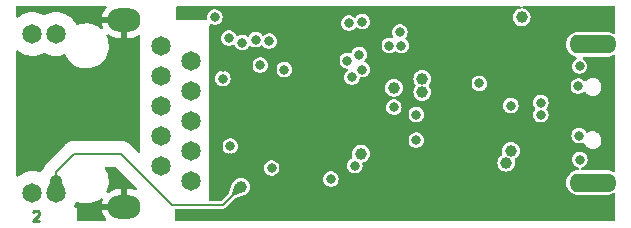
<source format=gbr>
%TF.GenerationSoftware,KiCad,Pcbnew,7.0.9-7.0.9~ubuntu22.04.1*%
%TF.CreationDate,2024-07-08T15:30:03+03:00*%
%TF.ProjectId,USB-GIGABIT_Rev_E,5553422d-4749-4474-9142-49545f526576,E*%
%TF.SameCoordinates,PX3473bc0PY4bd12e0*%
%TF.FileFunction,Copper,L2,Inr*%
%TF.FilePolarity,Positive*%
%FSLAX46Y46*%
G04 Gerber Fmt 4.6, Leading zero omitted, Abs format (unit mm)*
G04 Created by KiCad (PCBNEW 7.0.9-7.0.9~ubuntu22.04.1) date 2024-07-08 15:30:03*
%MOMM*%
%LPD*%
G01*
G04 APERTURE LIST*
%ADD10C,0.222250*%
%TA.AperFunction,NonConductor*%
%ADD11C,0.222250*%
%TD*%
%TA.AperFunction,ComponentPad*%
%ADD12C,1.300000*%
%TD*%
%TA.AperFunction,ComponentPad*%
%ADD13C,1.800000*%
%TD*%
%TA.AperFunction,ComponentPad*%
%ADD14C,1.650000*%
%TD*%
%TA.AperFunction,ComponentPad*%
%ADD15O,2.800000X2.000000*%
%TD*%
%TA.AperFunction,ComponentPad*%
%ADD16O,4.000000X1.600000*%
%TD*%
%TA.AperFunction,ViaPad*%
%ADD17C,0.800000*%
%TD*%
%TA.AperFunction,ViaPad*%
%ADD18C,1.000000*%
%TD*%
%TA.AperFunction,Conductor*%
%ADD19C,0.152400*%
%TD*%
%TA.AperFunction,Conductor*%
%ADD20C,1.016000*%
%TD*%
G04 APERTURE END LIST*
D10*
D11*
X1830550Y1176686D02*
X1872883Y1219020D01*
X1872883Y1219020D02*
X1957550Y1261353D01*
X1957550Y1261353D02*
X2169217Y1261353D01*
X2169217Y1261353D02*
X2253883Y1219020D01*
X2253883Y1219020D02*
X2296217Y1176686D01*
X2296217Y1176686D02*
X2338550Y1092020D01*
X2338550Y1092020D02*
X2338550Y1007353D01*
X2338550Y1007353D02*
X2296217Y880353D01*
X2296217Y880353D02*
X1788217Y372353D01*
X1788217Y372353D02*
X2338550Y372353D01*
D12*
X27465988Y10694500D03*
X24265988Y10694500D03*
D13*
X25865988Y9094500D03*
D12*
X27465988Y7494500D03*
X24265988Y7494500D03*
D14*
X12691500Y15215000D03*
X15231500Y13945000D03*
X12691500Y12675000D03*
X15231500Y11405000D03*
X12691500Y10135000D03*
X15231500Y8865000D03*
X12691500Y7595000D03*
X15231500Y6325000D03*
X12691500Y5055000D03*
X15231500Y3785000D03*
X3801500Y16231000D03*
X1769500Y16231000D03*
X3801500Y2769000D03*
X1769500Y2769000D03*
D15*
X9541500Y17400000D03*
X9541500Y1600000D03*
D16*
X49200000Y15350000D03*
X49200000Y3650000D03*
D17*
X24883000Y3554000D03*
D18*
X40758000Y10539000D03*
X43044000Y14984000D03*
X42155000Y8507000D03*
X43679000Y16381000D03*
X37710000Y17270000D03*
D17*
X25899000Y14476000D03*
X17898000Y13460000D03*
D18*
X40758000Y12825000D03*
X38218000Y13460000D03*
X21200000Y2157000D03*
X46854000Y1141000D03*
X44949000Y13206000D03*
X19295000Y1014000D03*
D17*
X21327000Y17778000D03*
X24883000Y4443000D03*
X18533000Y5713000D03*
X22724000Y18159000D03*
X20311000Y14603000D03*
X19694500Y9142000D03*
D18*
X48759000Y8761000D03*
D17*
X33265000Y6475000D03*
D18*
X33392000Y12571000D03*
D17*
X31614000Y5078000D03*
X30217000Y16254000D03*
D18*
X22978000Y1014000D03*
X48759000Y10031000D03*
D17*
X34281000Y7237000D03*
X28566000Y17143000D03*
D18*
X29582000Y6104503D03*
X19422000Y3300000D03*
D17*
X21073000Y13587000D03*
D18*
X43195230Y17626770D03*
X32376000Y11682000D03*
D17*
X31995000Y15238000D03*
D18*
X9389000Y7872000D03*
X6595000Y7872000D03*
X8881000Y4189000D03*
X9389000Y10920000D03*
X1388000Y7618000D03*
X1388000Y10666000D03*
X1388000Y13968000D03*
X3801000Y10666000D03*
D17*
X39615000Y12044500D03*
X42282000Y10158000D03*
X27042000Y3935000D03*
X29455000Y14476000D03*
D18*
X34789000Y11301000D03*
D17*
X29074000Y5078000D03*
X17898000Y12444000D03*
X18533000Y6729000D03*
D18*
X34789000Y12444000D03*
D17*
X22033476Y4879524D03*
X21835000Y15619000D03*
X33011000Y15238000D03*
X28820000Y12571000D03*
X20692000Y15746000D03*
X23105000Y13206000D03*
X47997000Y11809000D03*
X48098600Y13500000D03*
D18*
X41901000Y5332000D03*
X42282000Y6348000D03*
D17*
X34281000Y9396000D03*
X17212200Y17651000D03*
X18406000Y15873000D03*
X29709000Y17270000D03*
X32376000Y10031000D03*
X44822000Y10412000D03*
X44822000Y9396000D03*
X48060108Y7618000D03*
X48124000Y5586000D03*
X32884000Y16381000D03*
X29709000Y13206000D03*
X28439000Y13968000D03*
X19549000Y15492000D03*
D19*
X13580000Y1776000D02*
X17898000Y1776000D01*
D20*
X3801500Y2769000D02*
X3801500Y3808000D01*
D19*
X17898000Y1776000D02*
X19422000Y3300000D01*
X9262000Y6094000D02*
X13580000Y1776000D01*
X3801500Y4570500D02*
X5325000Y6094000D01*
X5325000Y6094000D02*
X9262000Y6094000D01*
X3801500Y3808000D02*
X3801500Y4570500D01*
%TA.AperFunction,Conductor*%
G36*
X7695615Y2336405D02*
G01*
X7746562Y2286959D01*
X7762688Y2217818D01*
X7756062Y2184015D01*
X7682417Y1969495D01*
X7682415Y1969486D01*
X7662477Y1850001D01*
X7662477Y1850000D01*
X8707814Y1850000D01*
X8682007Y1809844D01*
X8641500Y1671889D01*
X8641500Y1528111D01*
X8682007Y1390156D01*
X8707814Y1350000D01*
X7662477Y1350000D01*
X7682415Y1230515D01*
X7682417Y1230506D01*
X7763130Y995395D01*
X7763132Y995393D01*
X7881445Y776767D01*
X7881451Y776758D01*
X8030789Y584891D01*
X8056846Y518849D01*
X8043061Y449204D01*
X7993811Y398067D01*
X7931358Y381500D01*
X5705000Y381500D01*
X5636879Y401502D01*
X5590386Y455158D01*
X5579000Y507500D01*
X5579000Y1522000D01*
X5420042Y1522000D01*
X5351921Y1542002D01*
X5305428Y1595658D01*
X5295324Y1665932D01*
X5319174Y1723509D01*
X5354626Y1770867D01*
X5462093Y1967680D01*
X5512292Y2017878D01*
X5581666Y2032970D01*
X5626160Y2021377D01*
X5660762Y2005156D01*
X5660764Y2005156D01*
X5660767Y2005154D01*
X5927169Y1925005D01*
X6202395Y1884501D01*
X6202398Y1884500D01*
X6202401Y1884500D01*
X6410965Y1884500D01*
X6443815Y1886905D01*
X6618955Y1899723D01*
X6890497Y1960212D01*
X7150338Y2059592D01*
X7392940Y2195747D01*
X7559881Y2324656D01*
X7626023Y2350458D01*
X7695615Y2336405D01*
G37*
%TD.AperFunction*%
%TA.AperFunction,Conductor*%
G36*
X8825320Y4981298D02*
G01*
X8846294Y4964395D01*
X10592535Y3218154D01*
X10626561Y3155842D01*
X10621496Y3085027D01*
X10578949Y3028191D01*
X10512429Y3003380D01*
X10452828Y3013671D01*
X10430221Y3023587D01*
X10430217Y3023589D01*
X10189243Y3084612D01*
X10003545Y3100000D01*
X9791500Y3100000D01*
X9791500Y2100000D01*
X9291500Y2100000D01*
X9291500Y3100000D01*
X9079455Y3100000D01*
X8893756Y3084612D01*
X8652783Y3023589D01*
X8425136Y2923734D01*
X8237447Y2801112D01*
X8169478Y2780600D01*
X8101209Y2800090D01*
X8054315Y2853395D01*
X8043683Y2923591D01*
X8056474Y2964207D01*
X8095297Y3039717D01*
X8185121Y3303014D01*
X8235652Y3576584D01*
X8245813Y3854596D01*
X8215386Y4131124D01*
X8202314Y4181123D01*
X8145019Y4400279D01*
X8088515Y4533244D01*
X8036216Y4656314D01*
X7942628Y4809664D01*
X7924216Y4878228D01*
X7945796Y4945866D01*
X8000518Y4991099D01*
X8050182Y5001300D01*
X8757199Y5001300D01*
X8825320Y4981298D01*
G37*
%TD.AperFunction*%
%TA.AperFunction,Conductor*%
G36*
X9791500Y15900000D02*
G01*
X10003545Y15900000D01*
X10189243Y15915389D01*
X10430216Y15976412D01*
X10657864Y16076267D01*
X10657870Y16076271D01*
X10718085Y16115610D01*
X10786053Y16136123D01*
X10854322Y16116634D01*
X10901217Y16063329D01*
X10913000Y16010127D01*
X10913000Y15716139D01*
X10910121Y15689356D01*
X10864087Y15477739D01*
X10845296Y15215000D01*
X10864087Y14952262D01*
X10864088Y14952258D01*
X10890112Y14832624D01*
X10910121Y14740646D01*
X10913000Y14713863D01*
X10913000Y13176139D01*
X10910121Y13149356D01*
X10864087Y12937739D01*
X10845296Y12675000D01*
X10864087Y12412262D01*
X10910121Y12200646D01*
X10913000Y12173863D01*
X10913000Y10636139D01*
X10910121Y10609356D01*
X10864087Y10397739D01*
X10845296Y10135000D01*
X10864087Y9872262D01*
X10910121Y9660646D01*
X10913000Y9633863D01*
X10913000Y8096139D01*
X10910121Y8069356D01*
X10864087Y7857739D01*
X10845296Y7595000D01*
X10864087Y7332262D01*
X10864088Y7332258D01*
X10909772Y7122248D01*
X10910121Y7120646D01*
X10913000Y7093863D01*
X10913000Y6292501D01*
X10892998Y6224380D01*
X10839342Y6177887D01*
X10769068Y6167783D01*
X10704488Y6197277D01*
X10697905Y6203406D01*
X10106608Y6794703D01*
X10093067Y6810710D01*
X10091564Y6812821D01*
X10091561Y6812824D01*
X10025457Y6875854D01*
X9997859Y6903453D01*
X9997847Y6903464D01*
X9989541Y6910321D01*
X9986190Y6913295D01*
X9940535Y6956827D01*
X9940532Y6956829D01*
X9940530Y6956831D01*
X9910677Y6976016D01*
X9904625Y6980435D01*
X9891201Y6991519D01*
X9877255Y7003034D01*
X9821894Y7033264D01*
X9818026Y7035559D01*
X9780647Y7059581D01*
X9764982Y7069648D01*
X9764979Y7069649D01*
X9764978Y7069650D01*
X9732028Y7082842D01*
X9725247Y7086037D01*
X9710914Y7093863D01*
X9694098Y7103045D01*
X9634027Y7122248D01*
X9629796Y7123769D01*
X9571249Y7147207D01*
X9536392Y7153926D01*
X9529137Y7155778D01*
X9511591Y7161386D01*
X9495332Y7166584D01*
X9495328Y7166585D01*
X9432705Y7174073D01*
X9428262Y7174766D01*
X9366348Y7186699D01*
X9366343Y7186700D01*
X9366340Y7186700D01*
X9366336Y7186700D01*
X9330845Y7186700D01*
X9323360Y7187146D01*
X9308906Y7188874D01*
X9288122Y7191359D01*
X9288120Y7191359D01*
X9288119Y7191359D01*
X9225224Y7186861D01*
X9220728Y7186700D01*
X5426749Y7186700D01*
X5405855Y7188445D01*
X5403307Y7188873D01*
X5403306Y7188873D01*
X5403300Y7188874D01*
X5312020Y7186700D01*
X5272940Y7186700D01*
X5265473Y7185987D01*
X5262201Y7185675D01*
X5257740Y7185409D01*
X5194686Y7183907D01*
X5194685Y7183907D01*
X5160000Y7176363D01*
X5152593Y7175208D01*
X5117274Y7171836D01*
X5117265Y7171834D01*
X5056753Y7154067D01*
X5052395Y7152955D01*
X4990776Y7139551D01*
X4990773Y7139550D01*
X4958149Y7125579D01*
X4951096Y7123044D01*
X4917037Y7113043D01*
X4860979Y7084144D01*
X4856911Y7082227D01*
X4798946Y7057405D01*
X4798939Y7057401D01*
X4769547Y7037508D01*
X4763100Y7033683D01*
X4731560Y7017423D01*
X4731556Y7017420D01*
X4681989Y6978441D01*
X4678357Y6975789D01*
X4626131Y6940441D01*
X4626122Y6940434D01*
X4601023Y6915335D01*
X4595416Y6910359D01*
X4567524Y6888425D01*
X4567520Y6888420D01*
X4526219Y6840758D01*
X4523154Y6837467D01*
X3100794Y5415107D01*
X3084799Y5401575D01*
X3082683Y5400069D01*
X3082679Y5400065D01*
X3019647Y5333959D01*
X2992032Y5306344D01*
X2985174Y5298037D01*
X2982191Y5294676D01*
X2938671Y5249033D01*
X2919480Y5219174D01*
X2915062Y5213123D01*
X2892467Y5185757D01*
X2892464Y5185753D01*
X2862238Y5130399D01*
X2859943Y5126532D01*
X2825852Y5073484D01*
X2825851Y5073482D01*
X2812661Y5040537D01*
X2809467Y5033758D01*
X2792458Y5002607D01*
X2792456Y5002603D01*
X2779120Y4960886D01*
X2746388Y4908385D01*
X2656682Y4822220D01*
X2656680Y4822218D01*
X2508813Y4625441D01*
X2508810Y4625436D01*
X2487202Y4584266D01*
X2437833Y4533244D01*
X2368717Y4517013D01*
X2331605Y4524767D01*
X2303297Y4535325D01*
X2289636Y4540420D01*
X2080348Y4585948D01*
X2032238Y4596413D01*
X1769500Y4615204D01*
X1506761Y4596413D01*
X1249366Y4540421D01*
X1002557Y4448366D01*
X771367Y4322126D01*
X583009Y4181123D01*
X516489Y4156312D01*
X447115Y4171403D01*
X396912Y4221606D01*
X381500Y4281991D01*
X381500Y14718010D01*
X401502Y14786131D01*
X455158Y14832624D01*
X525432Y14842728D01*
X583005Y14818880D01*
X771367Y14677874D01*
X1002559Y14551634D01*
X1249364Y14459580D01*
X1506758Y14403588D01*
X1769500Y14384796D01*
X2032242Y14403588D01*
X2289636Y14459580D01*
X2536441Y14551634D01*
X2725117Y14654659D01*
X2794488Y14669750D01*
X2845881Y14654660D01*
X3034559Y14551634D01*
X3281364Y14459580D01*
X3538758Y14403588D01*
X3801500Y14384796D01*
X4064242Y14403588D01*
X4321636Y14459580D01*
X4446908Y14506306D01*
X4517723Y14511371D01*
X4580036Y14477346D01*
X4606905Y14437529D01*
X4646783Y14343687D01*
X4646784Y14343686D01*
X4791708Y14106219D01*
X4969663Y13892383D01*
X5176857Y13706737D01*
X5408873Y13553237D01*
X5660767Y13435154D01*
X5927169Y13355005D01*
X6202395Y13314501D01*
X6202398Y13314500D01*
X6202401Y13314500D01*
X6410965Y13314500D01*
X6443815Y13316905D01*
X6618955Y13329723D01*
X6890497Y13390212D01*
X7150338Y13489592D01*
X7392940Y13625747D01*
X7613132Y13795774D01*
X7806222Y13996049D01*
X7968093Y14222304D01*
X8095297Y14469717D01*
X8185121Y14733014D01*
X8235652Y15006584D01*
X8245813Y15284596D01*
X8215386Y15561124D01*
X8145020Y15830276D01*
X8054748Y16042703D01*
X8046516Y16113218D01*
X8077714Y16176993D01*
X8138439Y16213776D01*
X8209410Y16211890D01*
X8239628Y16197463D01*
X8425129Y16076271D01*
X8425135Y16076267D01*
X8652784Y15976412D01*
X8652782Y15976412D01*
X8893756Y15915389D01*
X9079455Y15900000D01*
X9291500Y15900000D01*
X9291500Y16900000D01*
X9791500Y16900000D01*
X9791500Y15900000D01*
G37*
%TD.AperFunction*%
%TA.AperFunction,Conductor*%
G36*
X7999479Y18598498D02*
G01*
X8045972Y18544842D01*
X8056076Y18474568D01*
X8030789Y18415109D01*
X7881451Y18223243D01*
X7881445Y18223234D01*
X7763132Y18004608D01*
X7763130Y18004606D01*
X7682417Y17769495D01*
X7682415Y17769486D01*
X7662477Y17650001D01*
X7662477Y17650000D01*
X8707814Y17650000D01*
X8682007Y17609844D01*
X8641500Y17471889D01*
X8641500Y17328111D01*
X8682007Y17190156D01*
X8707814Y17150000D01*
X7662477Y17150000D01*
X7682415Y17030515D01*
X7682417Y17030506D01*
X7755953Y16816303D01*
X7759153Y16745378D01*
X7723501Y16683983D01*
X7660315Y16651609D01*
X7589657Y16658534D01*
X7552699Y16681549D01*
X7506143Y16723263D01*
X7274127Y16876763D01*
X7022234Y16994846D01*
X6903675Y17030515D01*
X6755831Y17074995D01*
X6755826Y17074996D01*
X6755822Y17074997D01*
X6480603Y17115500D01*
X6480599Y17115500D01*
X6272037Y17115500D01*
X6272035Y17115500D01*
X6064041Y17100277D01*
X5792509Y17039790D01*
X5792497Y17039786D01*
X5618636Y16973290D01*
X5547865Y16967637D01*
X5485272Y17001144D01*
X5463039Y17030588D01*
X5354626Y17229133D01*
X5196768Y17440007D01*
X5196766Y17440009D01*
X5196758Y17440018D01*
X5010517Y17626259D01*
X5010508Y17626267D01*
X5005524Y17629998D01*
X4799633Y17784126D01*
X4615482Y17884680D01*
X4568442Y17910366D01*
X4321633Y18002421D01*
X4064238Y18058413D01*
X3801500Y18077204D01*
X3538761Y18058413D01*
X3281366Y18002421D01*
X3034557Y17910366D01*
X2845885Y17807343D01*
X2776511Y17792252D01*
X2725115Y17807343D01*
X2536442Y17910366D01*
X2289633Y18002421D01*
X2032238Y18058413D01*
X1769500Y18077204D01*
X1506761Y18058413D01*
X1249366Y18002421D01*
X1002557Y17910366D01*
X846134Y17824952D01*
X771367Y17784126D01*
X592196Y17650000D01*
X583009Y17643123D01*
X516489Y17618312D01*
X447115Y17633403D01*
X396912Y17683606D01*
X381500Y17743991D01*
X381500Y18492500D01*
X401502Y18560621D01*
X455158Y18607114D01*
X507500Y18618500D01*
X7931358Y18618500D01*
X7999479Y18598498D01*
G37*
%TD.AperFunction*%
%TA.AperFunction,Conductor*%
G36*
X3878833Y4415573D02*
G01*
X3880965Y4412650D01*
X4557899Y3095999D01*
X4558634Y3087074D01*
X4552844Y3080244D01*
X4551983Y3079845D01*
X3805989Y2769866D01*
X3797035Y2769856D01*
X3797011Y2769866D01*
X3266666Y2990237D01*
X3051015Y3079846D01*
X3044691Y3086184D01*
X3044701Y3095138D01*
X3045090Y3095980D01*
X3722035Y4412651D01*
X3728865Y4418440D01*
X3732440Y4419000D01*
X3870560Y4419000D01*
X3878833Y4415573D01*
G37*
%TD.AperFunction*%
%TA.AperFunction,Conductor*%
G36*
X43082825Y18598498D02*
G01*
X43129318Y18544842D01*
X43139422Y18474568D01*
X43109928Y18409988D01*
X43050202Y18371604D01*
X43028820Y18367294D01*
X43026276Y18367007D01*
X43026273Y18367007D01*
X43026273Y18367006D01*
X42865792Y18310852D01*
X42865790Y18310851D01*
X42721830Y18220395D01*
X42721827Y18220393D01*
X42601607Y18100173D01*
X42601605Y18100170D01*
X42511149Y17956210D01*
X42511148Y17956208D01*
X42486743Y17886461D01*
X42454993Y17795724D01*
X42435956Y17626770D01*
X42454993Y17457816D01*
X42469789Y17415531D01*
X42511148Y17297333D01*
X42511149Y17297331D01*
X42601605Y17153371D01*
X42601607Y17153368D01*
X42721827Y17033148D01*
X42721830Y17033146D01*
X42865793Y16942688D01*
X43026276Y16886533D01*
X43195230Y16867496D01*
X43364184Y16886533D01*
X43524667Y16942688D01*
X43668630Y17033146D01*
X43788854Y17153370D01*
X43879312Y17297333D01*
X43935467Y17457816D01*
X43954504Y17626770D01*
X43935467Y17795724D01*
X43879312Y17956207D01*
X43788854Y18100170D01*
X43788852Y18100173D01*
X43668632Y18220393D01*
X43668629Y18220395D01*
X43524669Y18310851D01*
X43524667Y18310852D01*
X43364184Y18367007D01*
X43361645Y18367294D01*
X43360119Y18367935D01*
X43357286Y18368581D01*
X43357399Y18369078D01*
X43296195Y18394796D01*
X43256002Y18453320D01*
X43253831Y18524284D01*
X43290369Y18585156D01*
X43354018Y18616611D01*
X43375756Y18618500D01*
X50992500Y18618500D01*
X51060621Y18598498D01*
X51107114Y18544842D01*
X51118500Y18492500D01*
X51118500Y16371857D01*
X51098498Y16303736D01*
X51044842Y16257243D01*
X50974568Y16247139D01*
X50933104Y16260735D01*
X50805492Y16328945D01*
X50606711Y16389244D01*
X50451807Y16404500D01*
X50451801Y16404500D01*
X47948199Y16404500D01*
X47948192Y16404500D01*
X47793288Y16389244D01*
X47594507Y16328945D01*
X47411313Y16231026D01*
X47411313Y16231025D01*
X47250747Y16099253D01*
X47118975Y15938687D01*
X47118974Y15938687D01*
X47021055Y15755493D01*
X46960756Y15556712D01*
X46940398Y15350004D01*
X46940398Y15349997D01*
X46960756Y15143289D01*
X46960757Y15143283D01*
X46960758Y15143282D01*
X46976466Y15091500D01*
X47021055Y14944508D01*
X47118974Y14761314D01*
X47250747Y14600748D01*
X47411313Y14468976D01*
X47411313Y14468975D01*
X47453216Y14446578D01*
X47594508Y14371055D01*
X47778983Y14315096D01*
X47838363Y14276182D01*
X47867278Y14211341D01*
X47856548Y14141160D01*
X47809579Y14087921D01*
X47800962Y14082955D01*
X47724071Y14042600D01*
X47724069Y14042598D01*
X47605101Y13937200D01*
X47514815Y13806399D01*
X47514812Y13806393D01*
X47458449Y13657780D01*
X47439293Y13500004D01*
X47439293Y13499997D01*
X47458449Y13342221D01*
X47514812Y13193608D01*
X47514815Y13193602D01*
X47521279Y13184237D01*
X47605102Y13062799D01*
X47724071Y12957401D01*
X47724072Y12957401D01*
X47724074Y12957399D01*
X47771514Y12932501D01*
X47864807Y12883537D01*
X48019129Y12845500D01*
X48019130Y12845500D01*
X48178070Y12845500D01*
X48178071Y12845500D01*
X48332393Y12883537D01*
X48473129Y12957401D01*
X48592098Y13062799D01*
X48682387Y13193605D01*
X48738749Y13342218D01*
X48738749Y13342219D01*
X48738750Y13342221D01*
X48757907Y13499997D01*
X48757907Y13500004D01*
X48738750Y13657780D01*
X48725138Y13693669D01*
X48682387Y13806395D01*
X48592098Y13937201D01*
X48473129Y14042599D01*
X48473128Y14042600D01*
X48473125Y14042602D01*
X48443913Y14057933D01*
X48392890Y14107301D01*
X48376658Y14176417D01*
X48400370Y14243337D01*
X48456497Y14286814D01*
X48502468Y14295500D01*
X50451792Y14295500D01*
X50451801Y14295500D01*
X50539859Y14304174D01*
X50606711Y14310757D01*
X50606712Y14310758D01*
X50606718Y14310758D01*
X50805492Y14371055D01*
X50933106Y14439267D01*
X51002609Y14453738D01*
X51068906Y14428335D01*
X51110944Y14371122D01*
X51118500Y14328144D01*
X51118500Y4671857D01*
X51098498Y4603736D01*
X51044842Y4557243D01*
X50974568Y4547139D01*
X50933104Y4560735D01*
X50805492Y4628945D01*
X50664029Y4671857D01*
X50606718Y4689242D01*
X50606717Y4689243D01*
X50606711Y4689244D01*
X50451807Y4704500D01*
X50451801Y4704500D01*
X48320201Y4704500D01*
X48252080Y4724502D01*
X48205587Y4778158D01*
X48195483Y4848432D01*
X48224977Y4913012D01*
X48284703Y4951396D01*
X48290047Y4952839D01*
X48297522Y4954682D01*
X48357793Y4969537D01*
X48498529Y5043401D01*
X48617498Y5148799D01*
X48707787Y5279605D01*
X48764149Y5428218D01*
X48764149Y5428219D01*
X48764150Y5428221D01*
X48783307Y5585997D01*
X48783307Y5586004D01*
X48764150Y5743780D01*
X48729477Y5835204D01*
X48707787Y5892395D01*
X48617498Y6023201D01*
X48498529Y6128599D01*
X48498528Y6128600D01*
X48498525Y6128602D01*
X48357797Y6202461D01*
X48357795Y6202462D01*
X48357793Y6202463D01*
X48357791Y6202464D01*
X48357790Y6202464D01*
X48203472Y6240500D01*
X48203471Y6240500D01*
X48044529Y6240500D01*
X48044527Y6240500D01*
X47890209Y6202464D01*
X47890202Y6202461D01*
X47749474Y6128602D01*
X47749469Y6128598D01*
X47630501Y6023200D01*
X47540215Y5892399D01*
X47540212Y5892393D01*
X47483849Y5743780D01*
X47464693Y5586004D01*
X47464693Y5585997D01*
X47483849Y5428221D01*
X47511610Y5355024D01*
X47540213Y5279605D01*
X47630502Y5148799D01*
X47749471Y5043401D01*
X47749472Y5043401D01*
X47749474Y5043399D01*
X47813304Y5009899D01*
X47890207Y4969537D01*
X47962011Y4951839D01*
X48023365Y4916116D01*
X48055666Y4852893D01*
X48048659Y4782243D01*
X48004568Y4726597D01*
X47944207Y4704107D01*
X47793288Y4689244D01*
X47594507Y4628945D01*
X47411313Y4531026D01*
X47411313Y4531025D01*
X47250747Y4399253D01*
X47118975Y4238687D01*
X47118974Y4238687D01*
X47021055Y4055493D01*
X46960756Y3856712D01*
X46940398Y3650004D01*
X46940398Y3649997D01*
X46960756Y3443289D01*
X46960757Y3443283D01*
X46960758Y3443282D01*
X46976193Y3392399D01*
X47021055Y3244508D01*
X47118974Y3061314D01*
X47250747Y2900748D01*
X47411313Y2768976D01*
X47411313Y2768975D01*
X47453216Y2746578D01*
X47594508Y2671055D01*
X47793282Y2610758D01*
X47793286Y2610758D01*
X47793288Y2610757D01*
X47881340Y2602085D01*
X47948199Y2595500D01*
X47948208Y2595500D01*
X50451792Y2595500D01*
X50451801Y2595500D01*
X50539859Y2604174D01*
X50606711Y2610757D01*
X50606712Y2610758D01*
X50606718Y2610758D01*
X50805492Y2671055D01*
X50933106Y2739267D01*
X51002609Y2753738D01*
X51068906Y2728335D01*
X51110944Y2671122D01*
X51118500Y2628144D01*
X51118500Y507500D01*
X51098498Y439379D01*
X51044842Y392886D01*
X50992500Y381500D01*
X13960000Y381500D01*
X13891879Y401502D01*
X13845386Y455158D01*
X13834000Y507500D01*
X13834000Y1319300D01*
X13854002Y1387421D01*
X13907658Y1433914D01*
X13960000Y1445300D01*
X17880801Y1445300D01*
X17886293Y1445060D01*
X17904177Y1443496D01*
X17927267Y1441476D01*
X17967010Y1452127D01*
X17972331Y1453306D01*
X18012851Y1460449D01*
X18012857Y1460453D01*
X18017995Y1462322D01*
X18034956Y1469348D01*
X18039912Y1471659D01*
X18039911Y1471659D01*
X18039916Y1471660D01*
X18073618Y1495260D01*
X18078229Y1498197D01*
X18113849Y1518761D01*
X18140301Y1550287D01*
X18143983Y1554305D01*
X18879638Y2289960D01*
X18926672Y2319636D01*
X19691389Y2590409D01*
X19694948Y2591769D01*
X19701163Y2594237D01*
X19707008Y2597299D01*
X19707090Y2597143D01*
X19729101Y2608103D01*
X19751437Y2615918D01*
X19895400Y2706376D01*
X20015624Y2826600D01*
X20106082Y2970563D01*
X20162237Y3131046D01*
X20181274Y3300000D01*
X20162237Y3468954D01*
X20106082Y3629437D01*
X20015624Y3773400D01*
X20015622Y3773403D01*
X19895402Y3893623D01*
X19895399Y3893625D01*
X19829556Y3934997D01*
X26382693Y3934997D01*
X26401849Y3777221D01*
X26433656Y3693356D01*
X26458213Y3628605D01*
X26548502Y3497799D01*
X26667471Y3392401D01*
X26667472Y3392401D01*
X26667474Y3392399D01*
X26742200Y3353180D01*
X26808207Y3318537D01*
X26962529Y3280500D01*
X26962530Y3280500D01*
X27121470Y3280500D01*
X27121471Y3280500D01*
X27275793Y3318537D01*
X27416529Y3392401D01*
X27535498Y3497799D01*
X27625787Y3628605D01*
X27682149Y3777218D01*
X27682149Y3777219D01*
X27682150Y3777221D01*
X27701307Y3934997D01*
X27701307Y3935004D01*
X27682150Y4092780D01*
X27654626Y4165353D01*
X27625787Y4241395D01*
X27535498Y4372201D01*
X27416529Y4477599D01*
X27416528Y4477600D01*
X27416525Y4477602D01*
X27275797Y4551461D01*
X27275795Y4551462D01*
X27275793Y4551463D01*
X27275791Y4551464D01*
X27275790Y4551464D01*
X27121472Y4589500D01*
X27121471Y4589500D01*
X26962529Y4589500D01*
X26962527Y4589500D01*
X26808209Y4551464D01*
X26808202Y4551461D01*
X26667474Y4477602D01*
X26667469Y4477598D01*
X26548501Y4372200D01*
X26458215Y4241399D01*
X26458212Y4241393D01*
X26401849Y4092780D01*
X26382693Y3935004D01*
X26382693Y3934997D01*
X19829556Y3934997D01*
X19751439Y3984081D01*
X19751437Y3984082D01*
X19590954Y4040237D01*
X19422000Y4059274D01*
X19253046Y4040237D01*
X19253043Y4040237D01*
X19253043Y4040236D01*
X19092562Y3984082D01*
X19092560Y3984081D01*
X18948600Y3893625D01*
X18948597Y3893623D01*
X18828377Y3773403D01*
X18828375Y3773400D01*
X18737917Y3629438D01*
X18737917Y3629437D01*
X18726464Y3596707D01*
X18715828Y3573914D01*
X18711337Y3566366D01*
X18711334Y3566358D01*
X18441634Y2804677D01*
X18411956Y2757638D01*
X17797925Y2143605D01*
X17735612Y2109580D01*
X17708829Y2106700D01*
X16881000Y2106700D01*
X16812879Y2126702D01*
X16766386Y2180358D01*
X16755000Y2232700D01*
X16755000Y4879521D01*
X21374169Y4879521D01*
X21393325Y4721745D01*
X21432186Y4619280D01*
X21449689Y4573129D01*
X21539978Y4442323D01*
X21658947Y4336925D01*
X21658948Y4336925D01*
X21658950Y4336923D01*
X21697926Y4316467D01*
X21799683Y4263061D01*
X21954005Y4225024D01*
X21954006Y4225024D01*
X22112946Y4225024D01*
X22112947Y4225024D01*
X22267269Y4263061D01*
X22408005Y4336925D01*
X22526974Y4442323D01*
X22617263Y4573129D01*
X22673625Y4721742D01*
X22673625Y4721743D01*
X22673626Y4721745D01*
X22692783Y4879521D01*
X22692783Y4879528D01*
X22673626Y5037304D01*
X22658193Y5077997D01*
X28414693Y5077997D01*
X28433849Y4920221D01*
X28482447Y4792081D01*
X28490213Y4771605D01*
X28580502Y4640799D01*
X28699471Y4535401D01*
X28699472Y4535401D01*
X28699474Y4535399D01*
X28709226Y4530281D01*
X28840207Y4461537D01*
X28994529Y4423500D01*
X28994530Y4423500D01*
X29153470Y4423500D01*
X29153471Y4423500D01*
X29307793Y4461537D01*
X29448529Y4535401D01*
X29567498Y4640799D01*
X29657787Y4771605D01*
X29714149Y4920218D01*
X29714149Y4920219D01*
X29714150Y4920221D01*
X29733307Y5077997D01*
X29733307Y5078004D01*
X29713231Y5243349D01*
X29715893Y5243673D01*
X29718457Y5301902D01*
X29739726Y5332000D01*
X41141726Y5332000D01*
X41160763Y5163046D01*
X41185673Y5091857D01*
X41216918Y5002563D01*
X41216919Y5002561D01*
X41307375Y4858601D01*
X41307377Y4858598D01*
X41427597Y4738378D01*
X41427600Y4738376D01*
X41571563Y4647918D01*
X41732046Y4591763D01*
X41901000Y4572726D01*
X42069954Y4591763D01*
X42230437Y4647918D01*
X42374400Y4738376D01*
X42494624Y4858600D01*
X42585082Y5002563D01*
X42641237Y5163046D01*
X42660274Y5332000D01*
X42641237Y5500954D01*
X42622306Y5555054D01*
X42618688Y5625957D01*
X42653977Y5687563D01*
X42674196Y5703353D01*
X42755400Y5754376D01*
X42875624Y5874600D01*
X42966082Y6018563D01*
X43022237Y6179046D01*
X43041274Y6348000D01*
X43022237Y6516954D01*
X42966082Y6677437D01*
X42875624Y6821400D01*
X42875622Y6821403D01*
X42755402Y6941623D01*
X42755399Y6941625D01*
X42611439Y7032081D01*
X42611437Y7032082D01*
X42601957Y7035399D01*
X42450954Y7088237D01*
X42282000Y7107274D01*
X42113046Y7088237D01*
X42113043Y7088237D01*
X42113043Y7088236D01*
X41952562Y7032082D01*
X41952560Y7032081D01*
X41808600Y6941625D01*
X41808597Y6941623D01*
X41688377Y6821403D01*
X41688375Y6821400D01*
X41597919Y6677440D01*
X41597918Y6677438D01*
X41549813Y6539961D01*
X41541763Y6516954D01*
X41531133Y6422608D01*
X41522726Y6348000D01*
X41541763Y6179046D01*
X41560693Y6124947D01*
X41564311Y6054042D01*
X41529021Y5992438D01*
X41508800Y5976646D01*
X41427596Y5925622D01*
X41307377Y5805403D01*
X41307375Y5805400D01*
X41216919Y5661440D01*
X41216918Y5661438D01*
X41168797Y5523913D01*
X41160763Y5500954D01*
X41141726Y5332000D01*
X29739726Y5332000D01*
X29759430Y5359882D01*
X29796053Y5380047D01*
X29911437Y5420421D01*
X30055400Y5510879D01*
X30175624Y5631103D01*
X30266082Y5775066D01*
X30322237Y5935549D01*
X30341274Y6104503D01*
X30322237Y6273457D01*
X30266082Y6433940D01*
X30175624Y6577903D01*
X30175622Y6577906D01*
X30055402Y6698126D01*
X30055399Y6698128D01*
X29911439Y6788584D01*
X29911437Y6788585D01*
X29817656Y6821400D01*
X29750954Y6844740D01*
X29582000Y6863777D01*
X29413046Y6844740D01*
X29413043Y6844740D01*
X29413043Y6844739D01*
X29252562Y6788585D01*
X29252560Y6788584D01*
X29108600Y6698128D01*
X29108597Y6698126D01*
X28988377Y6577906D01*
X28988375Y6577903D01*
X28897919Y6433943D01*
X28897918Y6433941D01*
X28848182Y6291801D01*
X28841763Y6273457D01*
X28822726Y6104503D01*
X28841763Y5935549D01*
X28863090Y5874600D01*
X28876875Y5835204D01*
X28880494Y5764300D01*
X28845205Y5702694D01*
X28816502Y5682022D01*
X28699471Y5620600D01*
X28699469Y5620598D01*
X28580501Y5515200D01*
X28490215Y5384399D01*
X28490212Y5384393D01*
X28433849Y5235780D01*
X28414693Y5078004D01*
X28414693Y5077997D01*
X22658193Y5077997D01*
X22635607Y5137550D01*
X22617263Y5185919D01*
X22526974Y5316725D01*
X22408005Y5422123D01*
X22408004Y5422124D01*
X22408001Y5422126D01*
X22267273Y5495985D01*
X22267271Y5495986D01*
X22267269Y5495987D01*
X22267267Y5495988D01*
X22267266Y5495988D01*
X22112948Y5534024D01*
X22112947Y5534024D01*
X21954005Y5534024D01*
X21954003Y5534024D01*
X21799685Y5495988D01*
X21799678Y5495985D01*
X21658950Y5422126D01*
X21658945Y5422122D01*
X21539977Y5316724D01*
X21449691Y5185923D01*
X21449688Y5185917D01*
X21393325Y5037304D01*
X21374169Y4879528D01*
X21374169Y4879521D01*
X16755000Y4879521D01*
X16755000Y6728997D01*
X17873693Y6728997D01*
X17892849Y6571221D01*
X17914263Y6514759D01*
X17949213Y6422605D01*
X18039502Y6291799D01*
X18158471Y6186401D01*
X18158472Y6186401D01*
X18158474Y6186399D01*
X18233200Y6147180D01*
X18299207Y6112537D01*
X18453529Y6074500D01*
X18453530Y6074500D01*
X18612470Y6074500D01*
X18612471Y6074500D01*
X18766793Y6112537D01*
X18907529Y6186401D01*
X19026498Y6291799D01*
X19116787Y6422605D01*
X19173149Y6571218D01*
X19173149Y6571219D01*
X19173150Y6571221D01*
X19192307Y6728997D01*
X19192307Y6729004D01*
X19173150Y6886780D01*
X19152350Y6941624D01*
X19116787Y7035395D01*
X19026498Y7166201D01*
X18946586Y7236997D01*
X33621693Y7236997D01*
X33640849Y7079221D01*
X33684737Y6963501D01*
X33697213Y6930605D01*
X33787502Y6799799D01*
X33906471Y6694401D01*
X33906472Y6694401D01*
X33906474Y6694399D01*
X33981200Y6655180D01*
X34047207Y6620537D01*
X34201529Y6582500D01*
X34201530Y6582500D01*
X34360470Y6582500D01*
X34360471Y6582500D01*
X34514793Y6620537D01*
X34655529Y6694401D01*
X34774498Y6799799D01*
X34864787Y6930605D01*
X34921149Y7079218D01*
X34921149Y7079219D01*
X34921150Y7079221D01*
X34940307Y7236997D01*
X34940307Y7237004D01*
X34921150Y7394780D01*
X34896331Y7460221D01*
X34864787Y7543395D01*
X34813293Y7617997D01*
X47400801Y7617997D01*
X47419957Y7460221D01*
X47463480Y7345464D01*
X47476321Y7311605D01*
X47566610Y7180799D01*
X47685579Y7075401D01*
X47685580Y7075401D01*
X47685582Y7075399D01*
X47760308Y7036180D01*
X47826315Y7001537D01*
X47980637Y6963500D01*
X47980638Y6963500D01*
X48139578Y6963500D01*
X48139579Y6963500D01*
X48293901Y7001537D01*
X48333266Y7022198D01*
X48402877Y7036145D01*
X48468980Y7010243D01*
X48507516Y6960537D01*
X48545623Y6872195D01*
X48545623Y6872194D01*
X48650387Y6731473D01*
X48650389Y6731472D01*
X48650390Y6731470D01*
X48690125Y6698128D01*
X48784784Y6618699D01*
X48784786Y6618698D01*
X48941567Y6539960D01*
X49112279Y6499500D01*
X49112281Y6499500D01*
X49243712Y6499500D01*
X49341618Y6510945D01*
X49374255Y6514759D01*
X49539117Y6574763D01*
X49685696Y6671170D01*
X49806092Y6798782D01*
X49893812Y6950719D01*
X49944130Y7118790D01*
X49954331Y7293935D01*
X49923865Y7466711D01*
X49854377Y7627804D01*
X49854376Y7627805D01*
X49854375Y7627808D01*
X49749612Y7768528D01*
X49736419Y7779598D01*
X49708530Y7803000D01*
X49615215Y7881302D01*
X49458434Y7960040D01*
X49401529Y7973527D01*
X49287721Y8000500D01*
X49156291Y8000500D01*
X49156288Y8000500D01*
X49025745Y7985242D01*
X49025743Y7985241D01*
X48860887Y7925239D01*
X48860880Y7925236D01*
X48814188Y7894525D01*
X48746282Y7873804D01*
X48677954Y7893085D01*
X48641254Y7928221D01*
X48553607Y8055200D01*
X48434638Y8160598D01*
X48434633Y8160602D01*
X48293905Y8234461D01*
X48293903Y8234462D01*
X48293901Y8234463D01*
X48293899Y8234464D01*
X48293898Y8234464D01*
X48139580Y8272500D01*
X48139579Y8272500D01*
X47980637Y8272500D01*
X47980635Y8272500D01*
X47826317Y8234464D01*
X47826310Y8234461D01*
X47685582Y8160602D01*
X47685577Y8160598D01*
X47566609Y8055200D01*
X47476323Y7924399D01*
X47476320Y7924393D01*
X47419957Y7775780D01*
X47400801Y7618004D01*
X47400801Y7617997D01*
X34813293Y7617997D01*
X34774498Y7674201D01*
X34655529Y7779599D01*
X34655528Y7779600D01*
X34655525Y7779602D01*
X34514797Y7853461D01*
X34514795Y7853462D01*
X34514793Y7853463D01*
X34514791Y7853464D01*
X34514790Y7853464D01*
X34360472Y7891500D01*
X34360471Y7891500D01*
X34201529Y7891500D01*
X34201527Y7891500D01*
X34047209Y7853464D01*
X34047202Y7853461D01*
X33906474Y7779602D01*
X33906469Y7779598D01*
X33787501Y7674200D01*
X33697215Y7543399D01*
X33697212Y7543393D01*
X33640849Y7394780D01*
X33621693Y7237004D01*
X33621693Y7236997D01*
X18946586Y7236997D01*
X18907529Y7271599D01*
X18907528Y7271600D01*
X18907525Y7271602D01*
X18766797Y7345461D01*
X18766795Y7345462D01*
X18766793Y7345463D01*
X18766791Y7345464D01*
X18766790Y7345464D01*
X18612472Y7383500D01*
X18612471Y7383500D01*
X18453529Y7383500D01*
X18453527Y7383500D01*
X18299209Y7345464D01*
X18299202Y7345461D01*
X18158474Y7271602D01*
X18158469Y7271598D01*
X18039501Y7166200D01*
X17949215Y7035399D01*
X17949212Y7035393D01*
X17892849Y6886780D01*
X17873693Y6729004D01*
X17873693Y6728997D01*
X16755000Y6728997D01*
X16755000Y10030997D01*
X31716693Y10030997D01*
X31735849Y9873221D01*
X31751322Y9832424D01*
X31792213Y9724605D01*
X31882502Y9593799D01*
X32001471Y9488401D01*
X32001472Y9488401D01*
X32001474Y9488399D01*
X32076200Y9449180D01*
X32142207Y9414537D01*
X32296529Y9376500D01*
X32296530Y9376500D01*
X32455470Y9376500D01*
X32455471Y9376500D01*
X32534573Y9395997D01*
X33621693Y9395997D01*
X33640849Y9238221D01*
X33689447Y9110081D01*
X33697213Y9089605D01*
X33787502Y8958799D01*
X33906471Y8853401D01*
X33906472Y8853401D01*
X33906474Y8853399D01*
X33981200Y8814180D01*
X34047207Y8779537D01*
X34201529Y8741500D01*
X34201530Y8741500D01*
X34360470Y8741500D01*
X34360471Y8741500D01*
X34514793Y8779537D01*
X34655529Y8853401D01*
X34774498Y8958799D01*
X34864787Y9089605D01*
X34921149Y9238218D01*
X34921149Y9238219D01*
X34921150Y9238221D01*
X34940307Y9395997D01*
X44162693Y9395997D01*
X44181849Y9238221D01*
X44230447Y9110081D01*
X44238213Y9089605D01*
X44328502Y8958799D01*
X44447471Y8853401D01*
X44447472Y8853401D01*
X44447474Y8853399D01*
X44522200Y8814180D01*
X44588207Y8779537D01*
X44742529Y8741500D01*
X44742530Y8741500D01*
X44901470Y8741500D01*
X44901471Y8741500D01*
X45055793Y8779537D01*
X45196529Y8853401D01*
X45315498Y8958799D01*
X45405787Y9089605D01*
X45462149Y9238218D01*
X45462149Y9238219D01*
X45462150Y9238221D01*
X45481307Y9395997D01*
X45481307Y9396004D01*
X45462150Y9553780D01*
X45446972Y9593801D01*
X45405787Y9702395D01*
X45316033Y9832425D01*
X45293798Y9899848D01*
X45311545Y9968591D01*
X45316034Y9975576D01*
X45333043Y10000218D01*
X45405787Y10105605D01*
X45462149Y10254218D01*
X45462149Y10254219D01*
X45462150Y10254221D01*
X45481307Y10411997D01*
X45481307Y10412004D01*
X45462150Y10569780D01*
X45448538Y10605669D01*
X45405787Y10718395D01*
X45315498Y10849201D01*
X45196529Y10954599D01*
X45196528Y10954600D01*
X45196525Y10954602D01*
X45055797Y11028461D01*
X45055795Y11028462D01*
X45055793Y11028463D01*
X45055791Y11028464D01*
X45055790Y11028464D01*
X44901472Y11066500D01*
X44901471Y11066500D01*
X44742529Y11066500D01*
X44742527Y11066500D01*
X44588209Y11028464D01*
X44588202Y11028461D01*
X44447474Y10954602D01*
X44447469Y10954598D01*
X44328501Y10849200D01*
X44238215Y10718399D01*
X44238212Y10718393D01*
X44181849Y10569780D01*
X44162693Y10412004D01*
X44162693Y10411997D01*
X44181849Y10254221D01*
X44238212Y10105608D01*
X44238215Y10105602D01*
X44327965Y9975576D01*
X44350201Y9908151D01*
X44332454Y9839408D01*
X44327965Y9832424D01*
X44238215Y9702399D01*
X44238212Y9702393D01*
X44181849Y9553780D01*
X44162693Y9396004D01*
X44162693Y9395997D01*
X34940307Y9395997D01*
X34940307Y9396004D01*
X34921150Y9553780D01*
X34905972Y9593801D01*
X34864787Y9702395D01*
X34774498Y9833201D01*
X34655529Y9938599D01*
X34655528Y9938600D01*
X34655525Y9938602D01*
X34514797Y10012461D01*
X34514795Y10012462D01*
X34514793Y10012463D01*
X34514791Y10012464D01*
X34514790Y10012464D01*
X34360472Y10050500D01*
X34360471Y10050500D01*
X34201529Y10050500D01*
X34201527Y10050500D01*
X34047209Y10012464D01*
X34047202Y10012461D01*
X33906474Y9938602D01*
X33906469Y9938598D01*
X33787501Y9833200D01*
X33697215Y9702399D01*
X33697212Y9702393D01*
X33640849Y9553780D01*
X33621693Y9396004D01*
X33621693Y9395997D01*
X32534573Y9395997D01*
X32609793Y9414537D01*
X32750529Y9488401D01*
X32869498Y9593799D01*
X32959787Y9724605D01*
X33016149Y9873218D01*
X33016149Y9873219D01*
X33016150Y9873221D01*
X33035307Y10030997D01*
X33035307Y10031004D01*
X33019888Y10157997D01*
X41622693Y10157997D01*
X41641849Y10000221D01*
X41690015Y9873221D01*
X41698213Y9851605D01*
X41788502Y9720799D01*
X41907471Y9615401D01*
X41907472Y9615401D01*
X41907474Y9615399D01*
X41948626Y9593801D01*
X42048207Y9541537D01*
X42202529Y9503500D01*
X42202530Y9503500D01*
X42361470Y9503500D01*
X42361471Y9503500D01*
X42515793Y9541537D01*
X42656529Y9615401D01*
X42775498Y9720799D01*
X42865787Y9851605D01*
X42922149Y10000218D01*
X42922149Y10000219D01*
X42922150Y10000221D01*
X42941307Y10157997D01*
X42941307Y10158004D01*
X42922150Y10315780D01*
X42885656Y10412004D01*
X42865787Y10464395D01*
X42775498Y10595201D01*
X42656529Y10700599D01*
X42656528Y10700600D01*
X42656525Y10700602D01*
X42515797Y10774461D01*
X42515795Y10774462D01*
X42515793Y10774463D01*
X42515791Y10774464D01*
X42515790Y10774464D01*
X42361472Y10812500D01*
X42361471Y10812500D01*
X42202529Y10812500D01*
X42202527Y10812500D01*
X42048209Y10774464D01*
X42048202Y10774461D01*
X41907474Y10700602D01*
X41907469Y10700598D01*
X41788501Y10595200D01*
X41698215Y10464399D01*
X41698212Y10464393D01*
X41641849Y10315780D01*
X41622693Y10158004D01*
X41622693Y10157997D01*
X33019888Y10157997D01*
X33016150Y10188780D01*
X32991331Y10254221D01*
X32959787Y10337395D01*
X32869498Y10468201D01*
X32750529Y10573599D01*
X32750528Y10573600D01*
X32750525Y10573602D01*
X32609797Y10647461D01*
X32609795Y10647462D01*
X32609793Y10647463D01*
X32609791Y10647464D01*
X32609790Y10647464D01*
X32454240Y10685804D01*
X32392885Y10721528D01*
X32376209Y10754168D01*
X32352992Y10715488D01*
X32297759Y10685804D01*
X32142209Y10647464D01*
X32142202Y10647461D01*
X32001474Y10573602D01*
X32001469Y10573598D01*
X31882501Y10468200D01*
X31792215Y10337399D01*
X31792212Y10337393D01*
X31735849Y10188780D01*
X31716693Y10031004D01*
X31716693Y10030997D01*
X16755000Y10030997D01*
X16755000Y11682000D01*
X31616726Y11682000D01*
X31635763Y11513046D01*
X31665508Y11428040D01*
X31691918Y11352563D01*
X31691919Y11352561D01*
X31782375Y11208601D01*
X31782377Y11208598D01*
X31902597Y11088378D01*
X31902600Y11088376D01*
X32046563Y10997918D01*
X32207046Y10941763D01*
X32281715Y10933350D01*
X32347165Y10905847D01*
X32375208Y10865014D01*
X32411684Y10911047D01*
X32470282Y10933350D01*
X32544954Y10941763D01*
X32705437Y10997918D01*
X32849400Y11088376D01*
X32969624Y11208600D01*
X33027683Y11301000D01*
X34029726Y11301000D01*
X34048763Y11132046D01*
X34095695Y10997920D01*
X34104918Y10971563D01*
X34104919Y10971561D01*
X34195375Y10827601D01*
X34195377Y10827598D01*
X34315597Y10707378D01*
X34315600Y10707376D01*
X34459563Y10616918D01*
X34620046Y10560763D01*
X34789000Y10541726D01*
X34957954Y10560763D01*
X35118437Y10616918D01*
X35262400Y10707376D01*
X35382624Y10827600D01*
X35473082Y10971563D01*
X35529237Y11132046D01*
X35548274Y11301000D01*
X35529237Y11469954D01*
X35473082Y11630437D01*
X35382624Y11774400D01*
X35373620Y11783404D01*
X35339594Y11845712D01*
X35344657Y11916528D01*
X35373620Y11961597D01*
X35382624Y11970600D01*
X35429057Y12044497D01*
X38955693Y12044497D01*
X38974849Y11886721D01*
X39004327Y11808997D01*
X39031213Y11738105D01*
X39121502Y11607299D01*
X39240471Y11501901D01*
X39240472Y11501901D01*
X39240474Y11501899D01*
X39301335Y11469957D01*
X39381207Y11428037D01*
X39535529Y11390000D01*
X39535530Y11390000D01*
X39694470Y11390000D01*
X39694471Y11390000D01*
X39848793Y11428037D01*
X39989529Y11501901D01*
X40108498Y11607299D01*
X40198787Y11738105D01*
X40225673Y11808997D01*
X47337693Y11808997D01*
X47356849Y11651221D01*
X47413212Y11502608D01*
X47413215Y11502602D01*
X47413699Y11501901D01*
X47503502Y11371799D01*
X47622471Y11266401D01*
X47622472Y11266401D01*
X47622474Y11266399D01*
X47689023Y11231472D01*
X47763207Y11192537D01*
X47917529Y11154500D01*
X47917530Y11154500D01*
X48076470Y11154500D01*
X48076471Y11154500D01*
X48230793Y11192537D01*
X48371529Y11266401D01*
X48421199Y11310405D01*
X48485451Y11340607D01*
X48555832Y11331276D01*
X48605820Y11291337D01*
X48624381Y11266406D01*
X48650390Y11231470D01*
X48722253Y11171170D01*
X48784784Y11118699D01*
X48784786Y11118698D01*
X48941567Y11039960D01*
X49112279Y10999500D01*
X49112281Y10999500D01*
X49243712Y10999500D01*
X49341618Y11010945D01*
X49374255Y11014759D01*
X49539117Y11074763D01*
X49685696Y11171170D01*
X49806092Y11298782D01*
X49893812Y11450719D01*
X49944130Y11618790D01*
X49953193Y11774403D01*
X49954331Y11793932D01*
X49954330Y11793933D01*
X49954331Y11793935D01*
X49923865Y11966711D01*
X49854377Y12127804D01*
X49854376Y12127805D01*
X49854375Y12127808D01*
X49749612Y12268528D01*
X49741844Y12275046D01*
X49712357Y12299789D01*
X49615215Y12381302D01*
X49458434Y12460040D01*
X49367039Y12481701D01*
X49287721Y12500500D01*
X49156291Y12500500D01*
X49156288Y12500500D01*
X49025745Y12485242D01*
X49025743Y12485241D01*
X48860887Y12425239D01*
X48860874Y12425232D01*
X48714308Y12328834D01*
X48653742Y12264639D01*
X48592445Y12228817D01*
X48521512Y12231821D01*
X48478540Y12256795D01*
X48371530Y12351598D01*
X48371525Y12351602D01*
X48230797Y12425461D01*
X48230795Y12425462D01*
X48230793Y12425463D01*
X48230791Y12425464D01*
X48230790Y12425464D01*
X48076472Y12463500D01*
X48076471Y12463500D01*
X47917529Y12463500D01*
X47917527Y12463500D01*
X47763209Y12425464D01*
X47763202Y12425461D01*
X47622474Y12351602D01*
X47622469Y12351598D01*
X47503501Y12246200D01*
X47413215Y12115399D01*
X47413212Y12115393D01*
X47356849Y11966780D01*
X47337693Y11809004D01*
X47337693Y11808997D01*
X40225673Y11808997D01*
X40255149Y11886718D01*
X40255149Y11886719D01*
X40255150Y11886721D01*
X40274307Y12044497D01*
X40274307Y12044504D01*
X40255150Y12202280D01*
X40231513Y12264605D01*
X40198787Y12350895D01*
X40108498Y12481701D01*
X39989529Y12587099D01*
X39989528Y12587100D01*
X39989525Y12587102D01*
X39848797Y12660961D01*
X39848795Y12660962D01*
X39848793Y12660963D01*
X39848791Y12660964D01*
X39848790Y12660964D01*
X39694472Y12699000D01*
X39694471Y12699000D01*
X39535529Y12699000D01*
X39535527Y12699000D01*
X39381209Y12660964D01*
X39381202Y12660961D01*
X39240474Y12587102D01*
X39240469Y12587098D01*
X39121501Y12481700D01*
X39031215Y12350899D01*
X39031212Y12350893D01*
X38974849Y12202280D01*
X38955693Y12044504D01*
X38955693Y12044497D01*
X35429057Y12044497D01*
X35473082Y12114563D01*
X35529237Y12275046D01*
X35548274Y12444000D01*
X35529237Y12612954D01*
X35473082Y12773437D01*
X35382624Y12917400D01*
X35382622Y12917403D01*
X35262402Y13037623D01*
X35262399Y13037625D01*
X35118439Y13128081D01*
X35118437Y13128082D01*
X35038394Y13156090D01*
X34957954Y13184237D01*
X34789000Y13203274D01*
X34620046Y13184237D01*
X34620043Y13184237D01*
X34620043Y13184236D01*
X34459562Y13128082D01*
X34459560Y13128081D01*
X34315600Y13037625D01*
X34315597Y13037623D01*
X34195377Y12917403D01*
X34195375Y12917400D01*
X34104919Y12773440D01*
X34104918Y12773438D01*
X34066416Y12663403D01*
X34048763Y12612954D01*
X34029726Y12444000D01*
X34048763Y12275046D01*
X34058856Y12246201D01*
X34104918Y12114563D01*
X34104919Y12114561D01*
X34195375Y11970601D01*
X34195377Y11970598D01*
X34204380Y11961595D01*
X34238406Y11899283D01*
X34233341Y11828468D01*
X34204380Y11783405D01*
X34195377Y11774403D01*
X34195375Y11774400D01*
X34104919Y11630440D01*
X34104918Y11630438D01*
X34063841Y11513046D01*
X34048763Y11469954D01*
X34029726Y11301000D01*
X33027683Y11301000D01*
X33060082Y11352563D01*
X33116237Y11513046D01*
X33135274Y11682000D01*
X33116237Y11850954D01*
X33060082Y12011437D01*
X32969624Y12155400D01*
X32969622Y12155403D01*
X32849402Y12275623D01*
X32849399Y12275625D01*
X32705439Y12366081D01*
X32705437Y12366082D01*
X32661940Y12381302D01*
X32544954Y12422237D01*
X32376000Y12441274D01*
X32207046Y12422237D01*
X32207043Y12422237D01*
X32207043Y12422236D01*
X32046562Y12366082D01*
X32046560Y12366081D01*
X31902600Y12275625D01*
X31902597Y12275623D01*
X31782377Y12155403D01*
X31782375Y12155400D01*
X31691919Y12011440D01*
X31691918Y12011438D01*
X31672009Y11954540D01*
X31635763Y11850954D01*
X31616726Y11682000D01*
X16755000Y11682000D01*
X16755000Y12443997D01*
X17238693Y12443997D01*
X17257849Y12286221D01*
X17306447Y12158081D01*
X17314213Y12137605D01*
X17404502Y12006799D01*
X17523471Y11901401D01*
X17523472Y11901401D01*
X17523474Y11901399D01*
X17551441Y11886721D01*
X17664207Y11827537D01*
X17818529Y11789500D01*
X17818530Y11789500D01*
X17977470Y11789500D01*
X17977471Y11789500D01*
X18131793Y11827537D01*
X18272529Y11901401D01*
X18391498Y12006799D01*
X18481787Y12137605D01*
X18538149Y12286218D01*
X18538149Y12286219D01*
X18538150Y12286221D01*
X18557307Y12443997D01*
X18557307Y12444004D01*
X18538150Y12601780D01*
X18515704Y12660964D01*
X18481787Y12750395D01*
X18391498Y12881201D01*
X18272529Y12986599D01*
X18272528Y12986600D01*
X18272525Y12986602D01*
X18131797Y13060461D01*
X18131795Y13060462D01*
X18131793Y13060463D01*
X18131791Y13060464D01*
X18131790Y13060464D01*
X17977472Y13098500D01*
X17977471Y13098500D01*
X17818529Y13098500D01*
X17818527Y13098500D01*
X17664209Y13060464D01*
X17664202Y13060461D01*
X17523474Y12986602D01*
X17523469Y12986598D01*
X17404501Y12881200D01*
X17314215Y12750399D01*
X17314212Y12750393D01*
X17257849Y12601780D01*
X17238693Y12444004D01*
X17238693Y12443997D01*
X16755000Y12443997D01*
X16755000Y13586997D01*
X20413693Y13586997D01*
X20432849Y13429221D01*
X20465845Y13342221D01*
X20489213Y13280605D01*
X20579502Y13149799D01*
X20698471Y13044401D01*
X20698472Y13044401D01*
X20698474Y13044399D01*
X20711383Y13037624D01*
X20839207Y12970537D01*
X20993529Y12932500D01*
X20993530Y12932500D01*
X21152470Y12932500D01*
X21152471Y12932500D01*
X21306793Y12970537D01*
X21447529Y13044401D01*
X21566498Y13149799D01*
X21605289Y13205997D01*
X22445693Y13205997D01*
X22464849Y13048221D01*
X22499294Y12957399D01*
X22521213Y12899605D01*
X22611502Y12768799D01*
X22730471Y12663401D01*
X22730472Y12663401D01*
X22730474Y12663399D01*
X22805200Y12624180D01*
X22871207Y12589537D01*
X23025529Y12551500D01*
X23025530Y12551500D01*
X23184470Y12551500D01*
X23184471Y12551500D01*
X23338793Y12589537D01*
X23479529Y12663401D01*
X23598498Y12768799D01*
X23688787Y12899605D01*
X23745149Y13048218D01*
X23745149Y13048219D01*
X23745150Y13048221D01*
X23764307Y13205997D01*
X23764307Y13206004D01*
X23745150Y13363780D01*
X23731538Y13399669D01*
X23688787Y13512395D01*
X23598498Y13643201D01*
X23479529Y13748599D01*
X23479528Y13748600D01*
X23479525Y13748602D01*
X23338797Y13822461D01*
X23338795Y13822462D01*
X23338793Y13822463D01*
X23338791Y13822464D01*
X23338790Y13822464D01*
X23184472Y13860500D01*
X23184471Y13860500D01*
X23025529Y13860500D01*
X23025527Y13860500D01*
X22871209Y13822464D01*
X22871202Y13822461D01*
X22730474Y13748602D01*
X22730469Y13748598D01*
X22611501Y13643200D01*
X22521215Y13512399D01*
X22521212Y13512393D01*
X22464849Y13363780D01*
X22445693Y13206004D01*
X22445693Y13205997D01*
X21605289Y13205997D01*
X21656787Y13280605D01*
X21713149Y13429218D01*
X21713149Y13429219D01*
X21713150Y13429221D01*
X21732307Y13586997D01*
X21732307Y13587004D01*
X21713150Y13744780D01*
X21689782Y13806395D01*
X21656787Y13893395D01*
X21605293Y13967997D01*
X27779693Y13967997D01*
X27798849Y13810221D01*
X27847447Y13682081D01*
X27855213Y13661605D01*
X27945502Y13530799D01*
X28064471Y13425401D01*
X28064472Y13425401D01*
X28064474Y13425399D01*
X28139200Y13386180D01*
X28205207Y13351537D01*
X28359529Y13313500D01*
X28366929Y13311676D01*
X28366356Y13309353D01*
X28420823Y13285927D01*
X28460525Y13227069D01*
X28462103Y13156090D01*
X28425057Y13095525D01*
X28424003Y13094581D01*
X28326501Y13008200D01*
X28236215Y12877399D01*
X28236212Y12877393D01*
X28179849Y12728780D01*
X28160693Y12571004D01*
X28160693Y12570997D01*
X28179849Y12413221D01*
X28203487Y12350895D01*
X28236213Y12264605D01*
X28326502Y12133799D01*
X28445471Y12028401D01*
X28445472Y12028401D01*
X28445474Y12028399D01*
X28477787Y12011440D01*
X28586207Y11954537D01*
X28740529Y11916500D01*
X28740530Y11916500D01*
X28899470Y11916500D01*
X28899471Y11916500D01*
X29053793Y11954537D01*
X29194529Y12028401D01*
X29313498Y12133799D01*
X29403787Y12264605D01*
X29460149Y12413218D01*
X29464230Y12446830D01*
X29492295Y12512041D01*
X29551163Y12551728D01*
X29619467Y12553980D01*
X29629529Y12551500D01*
X29629530Y12551500D01*
X29788470Y12551500D01*
X29788471Y12551500D01*
X29942793Y12589537D01*
X30083529Y12663401D01*
X30202498Y12768799D01*
X30292787Y12899605D01*
X30349149Y13048218D01*
X30349149Y13048219D01*
X30349150Y13048221D01*
X30368307Y13205997D01*
X30368307Y13206004D01*
X30349150Y13363780D01*
X30335538Y13399669D01*
X30292787Y13512395D01*
X30202498Y13643201D01*
X30083529Y13748599D01*
X30083528Y13748600D01*
X29954660Y13816235D01*
X29903638Y13865603D01*
X29887406Y13934719D01*
X29911118Y14001639D01*
X29929657Y14022108D01*
X29948498Y14038799D01*
X30038787Y14169605D01*
X30095149Y14318218D01*
X30095149Y14318219D01*
X30095150Y14318221D01*
X30114307Y14475997D01*
X30114307Y14476004D01*
X30095150Y14633780D01*
X30081538Y14669669D01*
X30038787Y14782395D01*
X29948498Y14913201D01*
X29829529Y15018599D01*
X29829528Y15018600D01*
X29829525Y15018602D01*
X29688797Y15092461D01*
X29688795Y15092462D01*
X29688793Y15092463D01*
X29688791Y15092464D01*
X29688790Y15092464D01*
X29534472Y15130500D01*
X29534471Y15130500D01*
X29375529Y15130500D01*
X29375527Y15130500D01*
X29221209Y15092464D01*
X29221202Y15092461D01*
X29080474Y15018602D01*
X29080469Y15018598D01*
X28961501Y14913200D01*
X28871215Y14782399D01*
X28871209Y14782388D01*
X28825183Y14661030D01*
X28782324Y14604430D01*
X28715668Y14579985D01*
X28677219Y14583373D01*
X28518474Y14622500D01*
X28518471Y14622500D01*
X28359529Y14622500D01*
X28359527Y14622500D01*
X28205209Y14584464D01*
X28205202Y14584461D01*
X28064474Y14510602D01*
X28064469Y14510598D01*
X27945501Y14405200D01*
X27855215Y14274399D01*
X27855212Y14274393D01*
X27798849Y14125780D01*
X27779693Y13968004D01*
X27779693Y13967997D01*
X21605293Y13967997D01*
X21566498Y14024201D01*
X21447529Y14129599D01*
X21447528Y14129600D01*
X21447525Y14129602D01*
X21306797Y14203461D01*
X21306795Y14203462D01*
X21306793Y14203463D01*
X21306791Y14203464D01*
X21306790Y14203464D01*
X21152472Y14241500D01*
X21152471Y14241500D01*
X20993529Y14241500D01*
X20993527Y14241500D01*
X20839209Y14203464D01*
X20839202Y14203461D01*
X20698474Y14129602D01*
X20698469Y14129598D01*
X20579501Y14024200D01*
X20489215Y13893399D01*
X20489212Y13893393D01*
X20432849Y13744780D01*
X20413693Y13587004D01*
X20413693Y13586997D01*
X16755000Y13586997D01*
X16755000Y15872997D01*
X17746693Y15872997D01*
X17765849Y15715221D01*
X17822212Y15566608D01*
X17822215Y15566602D01*
X17829042Y15556712D01*
X17912502Y15435799D01*
X18031471Y15330401D01*
X18031472Y15330401D01*
X18031474Y15330399D01*
X18072630Y15308799D01*
X18172207Y15256537D01*
X18326529Y15218500D01*
X18326530Y15218500D01*
X18485470Y15218500D01*
X18485471Y15218500D01*
X18639793Y15256537D01*
X18762823Y15321109D01*
X18832435Y15335055D01*
X18898537Y15309152D01*
X18939188Y15254223D01*
X18965209Y15185613D01*
X18965212Y15185608D01*
X18965213Y15185605D01*
X19055502Y15054799D01*
X19174471Y14949401D01*
X19174472Y14949401D01*
X19174474Y14949399D01*
X19208378Y14931605D01*
X19315207Y14875537D01*
X19469529Y14837500D01*
X19469530Y14837500D01*
X19628470Y14837500D01*
X19628471Y14837500D01*
X19782793Y14875537D01*
X19923529Y14949401D01*
X20042498Y15054799D01*
X20129697Y15181130D01*
X20184855Y15225829D01*
X20255424Y15233612D01*
X20310635Y15206918D01*
X20311197Y15207732D01*
X20316449Y15204107D01*
X20316943Y15203868D01*
X20317464Y15203406D01*
X20317474Y15203399D01*
X20392200Y15164180D01*
X20458207Y15129537D01*
X20612529Y15091500D01*
X20612530Y15091500D01*
X20771470Y15091500D01*
X20771471Y15091500D01*
X20925793Y15129537D01*
X21066529Y15203401D01*
X21121452Y15252059D01*
X21185700Y15282259D01*
X21256081Y15272929D01*
X21308697Y15229324D01*
X21341502Y15181799D01*
X21460471Y15076401D01*
X21460472Y15076401D01*
X21460474Y15076399D01*
X21501626Y15054801D01*
X21601207Y15002537D01*
X21755529Y14964500D01*
X21755530Y14964500D01*
X21914470Y14964500D01*
X21914471Y14964500D01*
X22068793Y15002537D01*
X22209529Y15076401D01*
X22328498Y15181799D01*
X22367289Y15237997D01*
X31335693Y15237997D01*
X31354849Y15080221D01*
X31398737Y14964501D01*
X31411213Y14931605D01*
X31501502Y14800799D01*
X31620471Y14695401D01*
X31620472Y14695401D01*
X31620474Y14695399D01*
X31685959Y14661030D01*
X31761207Y14621537D01*
X31915529Y14583500D01*
X31915530Y14583500D01*
X32074470Y14583500D01*
X32074471Y14583500D01*
X32228793Y14621537D01*
X32369529Y14695401D01*
X32419446Y14739625D01*
X32483699Y14769825D01*
X32554080Y14760494D01*
X32586553Y14739625D01*
X32636471Y14695401D01*
X32636472Y14695401D01*
X32636474Y14695399D01*
X32701959Y14661030D01*
X32777207Y14621537D01*
X32931529Y14583500D01*
X32931530Y14583500D01*
X33090470Y14583500D01*
X33090471Y14583500D01*
X33244793Y14621537D01*
X33385529Y14695401D01*
X33504498Y14800799D01*
X33594787Y14931605D01*
X33651149Y15080218D01*
X33651149Y15080219D01*
X33651150Y15080221D01*
X33670307Y15237997D01*
X33670307Y15238004D01*
X33651150Y15395780D01*
X33626331Y15461221D01*
X33594787Y15544395D01*
X33543288Y15619004D01*
X33504499Y15675200D01*
X33494911Y15683694D01*
X33394194Y15772923D01*
X33356470Y15833065D01*
X33357250Y15904058D01*
X33374053Y15938809D01*
X33377496Y15943798D01*
X33377498Y15943799D01*
X33467787Y16074605D01*
X33524149Y16223218D01*
X33524149Y16223219D01*
X33524150Y16223221D01*
X33543307Y16380997D01*
X33543307Y16381004D01*
X33524150Y16538780D01*
X33501429Y16598689D01*
X33467787Y16687395D01*
X33377498Y16818201D01*
X33258529Y16923599D01*
X33258528Y16923600D01*
X33258525Y16923602D01*
X33117797Y16997461D01*
X33117795Y16997462D01*
X33117793Y16997463D01*
X33117791Y16997464D01*
X33117790Y16997464D01*
X32963472Y17035500D01*
X32963471Y17035500D01*
X32804529Y17035500D01*
X32804527Y17035500D01*
X32650209Y16997464D01*
X32650202Y16997461D01*
X32509474Y16923602D01*
X32509469Y16923598D01*
X32390501Y16818200D01*
X32300215Y16687399D01*
X32300212Y16687393D01*
X32243849Y16538780D01*
X32224693Y16381004D01*
X32224693Y16380997D01*
X32243849Y16223221D01*
X32287372Y16108464D01*
X32300213Y16074605D01*
X32309228Y16061544D01*
X32331465Y15994121D01*
X32313719Y15925378D01*
X32261625Y15877142D01*
X32191722Y15864727D01*
X32175380Y15867629D01*
X32074474Y15892500D01*
X32074471Y15892500D01*
X31915529Y15892500D01*
X31915527Y15892500D01*
X31761209Y15854464D01*
X31761202Y15854461D01*
X31620474Y15780602D01*
X31620469Y15780598D01*
X31501501Y15675200D01*
X31411215Y15544399D01*
X31411212Y15544393D01*
X31354849Y15395780D01*
X31335693Y15238004D01*
X31335693Y15237997D01*
X22367289Y15237997D01*
X22418787Y15312605D01*
X22475149Y15461218D01*
X22475149Y15461219D01*
X22475150Y15461221D01*
X22494307Y15618997D01*
X22494307Y15619004D01*
X22475150Y15776780D01*
X22451780Y15838401D01*
X22418787Y15925395D01*
X22328498Y16056201D01*
X22209529Y16161599D01*
X22209528Y16161600D01*
X22209525Y16161602D01*
X22068797Y16235461D01*
X22068795Y16235462D01*
X22068793Y16235463D01*
X22068791Y16235464D01*
X22068790Y16235464D01*
X21914472Y16273500D01*
X21914471Y16273500D01*
X21755529Y16273500D01*
X21755527Y16273500D01*
X21601209Y16235464D01*
X21601202Y16235461D01*
X21460474Y16161602D01*
X21460465Y16161595D01*
X21405549Y16112943D01*
X21341297Y16082742D01*
X21270916Y16092073D01*
X21218300Y16135679D01*
X21210831Y16146500D01*
X21185498Y16183201D01*
X21066529Y16288599D01*
X21066528Y16288600D01*
X21066525Y16288602D01*
X20925797Y16362461D01*
X20925795Y16362462D01*
X20925793Y16362463D01*
X20925791Y16362464D01*
X20925790Y16362464D01*
X20771472Y16400500D01*
X20771471Y16400500D01*
X20612529Y16400500D01*
X20612527Y16400500D01*
X20458209Y16362464D01*
X20458202Y16362461D01*
X20317474Y16288602D01*
X20317469Y16288598D01*
X20198502Y16183201D01*
X20114530Y16061546D01*
X20111302Y16056870D01*
X20056143Y16012171D01*
X19985574Y16004388D01*
X19930365Y16031084D01*
X19929803Y16030268D01*
X19924540Y16033901D01*
X19924049Y16034138D01*
X19923529Y16034599D01*
X19923526Y16034601D01*
X19923525Y16034602D01*
X19782797Y16108461D01*
X19782795Y16108462D01*
X19782793Y16108463D01*
X19782791Y16108464D01*
X19782790Y16108464D01*
X19628472Y16146500D01*
X19628471Y16146500D01*
X19469529Y16146500D01*
X19469527Y16146500D01*
X19315209Y16108464D01*
X19315204Y16108462D01*
X19192175Y16043892D01*
X19122562Y16029946D01*
X19056460Y16055850D01*
X19015809Y16110780D01*
X19014989Y16112943D01*
X18989787Y16179395D01*
X18899498Y16310201D01*
X18780529Y16415599D01*
X18780528Y16415600D01*
X18780525Y16415602D01*
X18639797Y16489461D01*
X18639795Y16489462D01*
X18639793Y16489463D01*
X18639791Y16489464D01*
X18639790Y16489464D01*
X18485472Y16527500D01*
X18485471Y16527500D01*
X18326529Y16527500D01*
X18326527Y16527500D01*
X18172209Y16489464D01*
X18172202Y16489461D01*
X18031474Y16415602D01*
X18031469Y16415598D01*
X17912501Y16310200D01*
X17822215Y16179399D01*
X17822212Y16179393D01*
X17765849Y16030780D01*
X17746693Y15873004D01*
X17746693Y15872997D01*
X16755000Y15872997D01*
X16755000Y16943361D01*
X16775002Y17011482D01*
X16828658Y17057975D01*
X16898932Y17068079D01*
X16939553Y17054929D01*
X16978407Y17034537D01*
X17132729Y16996500D01*
X17132730Y16996500D01*
X17291670Y16996500D01*
X17291671Y16996500D01*
X17445993Y17034537D01*
X17586729Y17108401D01*
X17625780Y17142997D01*
X27906693Y17142997D01*
X27925849Y16985221D01*
X27970497Y16867497D01*
X27982213Y16836605D01*
X28072502Y16705799D01*
X28191471Y16600401D01*
X28191472Y16600401D01*
X28191474Y16600399D01*
X28215259Y16587916D01*
X28332207Y16526537D01*
X28486529Y16488500D01*
X28486530Y16488500D01*
X28645470Y16488500D01*
X28645471Y16488500D01*
X28799793Y16526537D01*
X28940529Y16600401D01*
X29059498Y16705799D01*
X29092301Y16753324D01*
X29147457Y16798022D01*
X29218026Y16805805D01*
X29279547Y16776060D01*
X29334471Y16727401D01*
X29334473Y16727400D01*
X29334474Y16727399D01*
X29375626Y16705801D01*
X29475207Y16653537D01*
X29629529Y16615500D01*
X29629530Y16615500D01*
X29788470Y16615500D01*
X29788471Y16615500D01*
X29942793Y16653537D01*
X30083529Y16727401D01*
X30202498Y16832799D01*
X30292787Y16963605D01*
X30349149Y17112218D01*
X30349149Y17112219D01*
X30349150Y17112221D01*
X30368307Y17269997D01*
X30368307Y17270004D01*
X30349150Y17427780D01*
X30313037Y17523000D01*
X30292787Y17576395D01*
X30202498Y17707201D01*
X30083529Y17812599D01*
X30083528Y17812600D01*
X30083525Y17812602D01*
X29942797Y17886461D01*
X29942795Y17886462D01*
X29942793Y17886463D01*
X29942791Y17886464D01*
X29942790Y17886464D01*
X29788472Y17924500D01*
X29788471Y17924500D01*
X29629529Y17924500D01*
X29629527Y17924500D01*
X29475209Y17886464D01*
X29475202Y17886461D01*
X29334474Y17812602D01*
X29334469Y17812598D01*
X29215500Y17707199D01*
X29215499Y17707199D01*
X29182698Y17659678D01*
X29127539Y17614978D01*
X29056970Y17607196D01*
X28995451Y17636943D01*
X28940529Y17685599D01*
X28940526Y17685601D01*
X28940525Y17685602D01*
X28799797Y17759461D01*
X28799795Y17759462D01*
X28799793Y17759463D01*
X28799791Y17759464D01*
X28799790Y17759464D01*
X28645472Y17797500D01*
X28645471Y17797500D01*
X28486529Y17797500D01*
X28486527Y17797500D01*
X28332209Y17759464D01*
X28332202Y17759461D01*
X28191474Y17685602D01*
X28191469Y17685598D01*
X28072501Y17580200D01*
X27982215Y17449399D01*
X27982212Y17449393D01*
X27925849Y17300780D01*
X27906693Y17143004D01*
X27906693Y17142997D01*
X17625780Y17142997D01*
X17705698Y17213799D01*
X17795987Y17344605D01*
X17852349Y17493218D01*
X17852349Y17493219D01*
X17852350Y17493221D01*
X17871507Y17650997D01*
X17871507Y17651004D01*
X17852350Y17808780D01*
X17810388Y17919423D01*
X17795987Y17957395D01*
X17705698Y18088201D01*
X17586729Y18193599D01*
X17586728Y18193600D01*
X17586725Y18193602D01*
X17445997Y18267461D01*
X17445995Y18267462D01*
X17445993Y18267463D01*
X17445991Y18267464D01*
X17445990Y18267464D01*
X17291672Y18305500D01*
X17291671Y18305500D01*
X17132729Y18305500D01*
X17132727Y18305500D01*
X16978409Y18267464D01*
X16978402Y18267461D01*
X16837674Y18193602D01*
X16837669Y18193598D01*
X16718701Y18088200D01*
X16628415Y17957399D01*
X16628412Y17957393D01*
X16572049Y17808780D01*
X16552893Y17651004D01*
X16552893Y17650997D01*
X16566590Y17538187D01*
X16554945Y17468152D01*
X16507284Y17415531D01*
X16441509Y17397000D01*
X14087000Y17397000D01*
X14018879Y17417002D01*
X13972386Y17470658D01*
X13961000Y17523000D01*
X13961000Y18492500D01*
X13981002Y18560621D01*
X14034658Y18607114D01*
X14087000Y18618500D01*
X43014704Y18618500D01*
X43082825Y18598498D01*
G37*
%TD.AperFunction*%
%TA.AperFunction,Conductor*%
G36*
X18971426Y3486659D02*
G01*
X19418203Y3302563D01*
X19424546Y3296243D01*
X19424563Y3296203D01*
X19608653Y2849439D01*
X19608636Y2840485D01*
X19602292Y2834164D01*
X19601740Y2833953D01*
X18775734Y2541477D01*
X18766792Y2541946D01*
X18763556Y2544233D01*
X18666232Y2641557D01*
X18662805Y2649830D01*
X18663474Y2653730D01*
X18955952Y3479742D01*
X18961944Y3486396D01*
X18970886Y3486865D01*
X18971426Y3486659D01*
G37*
%TD.AperFunction*%
M02*

</source>
